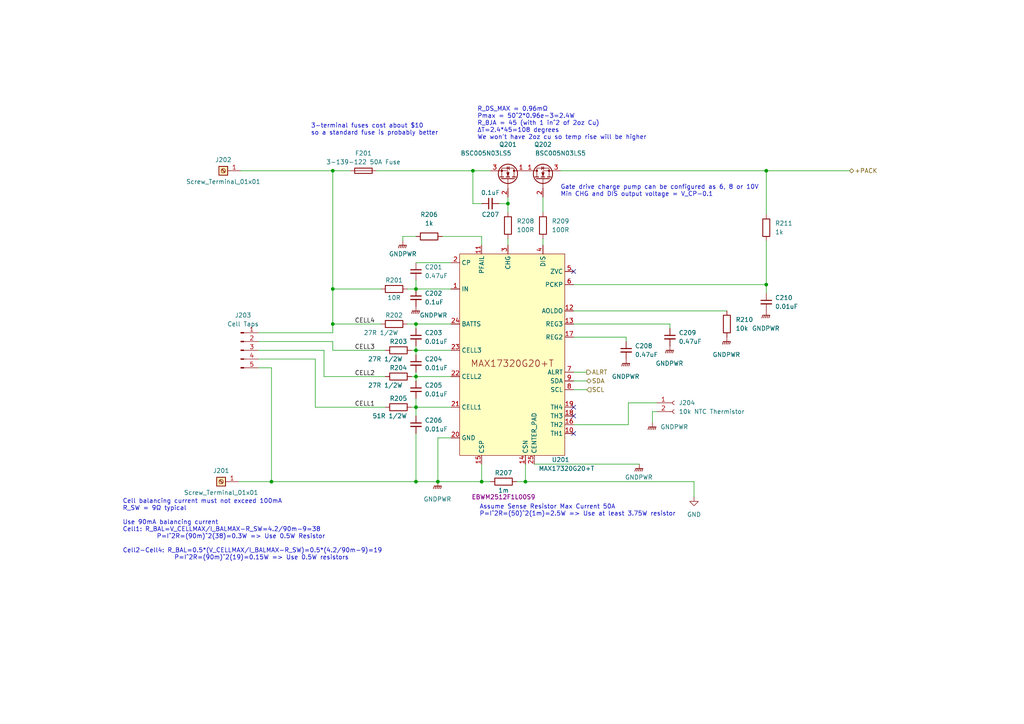
<source format=kicad_sch>
(kicad_sch (version 20230121) (generator eeschema)
  (paper "A4")
  (lib_symbols
    (symbol "Connector:Conn_01x02_Female" (pin_names (offset 1.016) hide)
      (property "Reference" "J" (at 0 2.54 0))
      (property "Value" "Conn_01x02_Female" (at 0 -5.08 0))
      (symbol "Conn_01x02_Female_1_1"
        (arc (start 0 -2.032) (mid -0.5058 -2.54) (end 0 -3.048) (stroke (width 0.1524)))
        (polyline (pts (xy -1.27 -2.54) (xy -0.508 -2.54)) (stroke (width 0.1524)))
        (polyline (pts (xy -1.27 0) (xy -0.508 0)) (stroke (width 0.1524)))
        (arc (start 0 0.508) (mid -0.5058 0) (end 0 -0.508) (stroke (width 0.1524)))
        (pin passive line (at -5.08 0 0) (length 3.81) (name "Pin_1") (number "1"))
        (pin passive line (at -5.08 -2.54 0) (length 3.81) (name "Pin_2") (number "2"))
      )
    )
    (symbol "Connector:Conn_01x05_Male" (pin_names (offset 1.016) hide)
      (property "Reference" "J" (at 0 7.62 0))
      (property "Value" "Conn_01x05_Male" (at 0 -7.62 0))
      (symbol "Conn_01x05_Male_1_1"
        (polyline (pts (xy 1.27 -5.08) (xy 0.8636 -5.08)) (stroke (width 0.1524)))
        (polyline (pts (xy 1.27 -2.54) (xy 0.8636 -2.54)) (stroke (width 0.1524)))
        (polyline (pts (xy 1.27 0) (xy 0.8636 0)) (stroke (width 0.1524)))
        (polyline (pts (xy 1.27 2.54) (xy 0.8636 2.54)) (stroke (width 0.1524)))
        (polyline (pts (xy 1.27 5.08) (xy 0.8636 5.08)) (stroke (width 0.1524)))
        (rectangle (start 0.8636 -4.953) (end 0 -5.207) (stroke (width 0.1524)) (fill (type outline)))
        (rectangle (start 0.8636 -2.413) (end 0 -2.667) (stroke (width 0.1524)) (fill (type outline)))
        (rectangle (start 0.8636 0.127) (end 0 -0.127) (stroke (width 0.1524)) (fill (type outline)))
        (rectangle (start 0.8636 2.667) (end 0 2.413) (stroke (width 0.1524)) (fill (type outline)))
        (rectangle (start 0.8636 5.207) (end 0 4.953) (stroke (width 0.1524)) (fill (type outline)))
        (pin passive line (at 5.08 5.08 180) (length 3.81) (name "Pin_1") (number "1"))
        (pin passive line (at 5.08 2.54 180) (length 3.81) (name "Pin_2") (number "2"))
        (pin passive line (at 5.08 0 180) (length 3.81) (name "Pin_3") (number "3"))
        (pin passive line (at 5.08 -2.54 180) (length 3.81) (name "Pin_4") (number "4"))
        (pin passive line (at 5.08 -5.08 180) (length 3.81) (name "Pin_5") (number "5"))
      )
    )
    (symbol "Connector:Screw_Terminal_01x01" (pin_names (offset 1.016) hide)
      (property "Reference" "J" (at 0 2.54 0))
      (property "Value" "Screw_Terminal_01x01" (at 0 -2.54 0))
      (symbol "Screw_Terminal_01x01_1_1"
        (rectangle (start -1.27 1.27) (end 1.27 -1.27) (stroke (width 0.254)) (fill (type background)))
        (polyline (pts (xy -0.5334 0.3302) (xy 0.3302 -0.508)) (stroke (width 0.1524)))
        (polyline (pts (xy -0.3556 0.508) (xy 0.508 -0.3302)) (stroke (width 0.1524)))
        (circle (center 0 0) (radius 0.635) (stroke (width 0.1524)))
        (pin passive line (at -5.08 0 0) (length 3.81) (name "Pin_1") (number "1"))
      )
    )
    (symbol "Device:C_Small" (pin_numbers hide) (pin_names (offset 0.254) hide)
      (property "Reference" "C" (at 0.254 1.778 0))
      (property "Value" "C_Small" (at 0.254 -2.032 0))
      (symbol "C_Small_0_1"
        (polyline (pts (xy -1.524 -0.508) (xy 1.524 -0.508)) (stroke (width 0.3302)))
        (polyline (pts (xy -1.524 0.508) (xy 1.524 0.508)) (stroke (width 0.3048)))
      )
      (symbol "C_Small_1_1"
        (pin passive line (at 0 2.54 270) (length 2.032) (name "~") (number "1"))
        (pin passive line (at 0 -2.54 90) (length 2.032) (name "~") (number "2"))
      )
    )
    (symbol "Device:Fuse" (pin_numbers hide) (pin_names (offset 0))
      (property "Reference" "F" (at 2.032 0 90))
      (property "Value" "Fuse" (at -1.905 0 90))
      (symbol "Fuse_0_1"
        (rectangle (start -0.762 -2.54) (end 0.762 2.54) (stroke (width 0.254)))
        (polyline (pts (xy 0 2.54) (xy 0 -2.54)))
      )
      (symbol "Fuse_1_1"
        (pin passive line (at 0 3.81 270) (length 1.27) (name "~") (number "1"))
        (pin passive line (at 0 -3.81 90) (length 1.27) (name "~") (number "2"))
      )
    )
    (symbol "Device:Q_NMOS_DGS" (pin_names (offset 0) hide)
      (property "Reference" "Q" (at 5.08 1.27 0))
      (property "Value" "Q_NMOS_DGS" (at 5.08 -1.27 0))
      (symbol "Q_NMOS_DGS_0_1"
        (polyline (pts (xy 0.254 0) (xy -2.54 0)))
        (polyline (pts (xy 0.254 1.905) (xy 0.254 -1.905)) (stroke (width 0.254)))
        (polyline (pts (xy 0.762 -1.27) (xy 0.762 -2.286)) (stroke (width 0.254)))
        (polyline (pts (xy 0.762 0.508) (xy 0.762 -0.508)) (stroke (width 0.254)))
        (polyline (pts (xy 0.762 2.286) (xy 0.762 1.27)) (stroke (width 0.254)))
        (polyline (pts (xy 2.54 2.54) (xy 2.54 1.778)))
        (polyline (pts (xy 2.54 -2.54) (xy 2.54 0) (xy 0.762 0)))
        (polyline (pts (xy 0.762 -1.778) (xy 3.302 -1.778) (xy 3.302 1.778) (xy 0.762 1.778)))
        (polyline (pts (xy 1.016 0) (xy 2.032 0.381) (xy 2.032 -0.381) (xy 1.016 0)) (fill (type outline)))
        (polyline (pts (xy 2.794 0.508) (xy 2.921 0.381) (xy 3.683 0.381) (xy 3.81 0.254)))
        (polyline (pts (xy 3.302 0.381) (xy 2.921 -0.254) (xy 3.683 -0.254) (xy 3.302 0.381)))
        (circle (center 1.651 0) (radius 2.794) (stroke (width 0.254)))
        (circle (center 2.54 -1.778) (radius 0.254) (fill (type outline)))
        (circle (center 2.54 1.778) (radius 0.254) (fill (type outline)))
      )
      (symbol "Q_NMOS_DGS_1_1"
        (pin passive line (at 2.54 5.08 270) (length 2.54) (name "D") (number "1"))
        (pin input line (at -5.08 0 0) (length 2.54) (name "G") (number "2"))
        (pin passive line (at 2.54 -5.08 90) (length 2.54) (name "S") (number "3"))
      )
    )
    (symbol "Device:R" (pin_numbers hide) (pin_names (offset 0))
      (property "Reference" "R" (at 2.032 0 90))
      (property "Value" "R" (at 0 0 90))
      (symbol "R_0_1"
        (rectangle (start -1.016 -2.54) (end 1.016 2.54) (stroke (width 0.254)))
      )
      (symbol "R_1_1"
        (pin passive line (at 0 3.81 270) (length 1.27) (name "~") (number "1"))
        (pin passive line (at 0 -3.81 90) (length 1.27) (name "~") (number "2"))
      )
    )
    (symbol "GNDPWR_1" (power) (pin_names (offset 0))
      (property "Value" "GNDPWR_1" (at 0 -3.302 0))
      (symbol "GNDPWR_1_0_1"
        (polyline (pts (xy 0 -1.27) (xy 0 0)))
        (polyline (pts (xy -1.016 -1.27) (xy -1.27 -2.032) (xy -1.27 -2.032)) (stroke (width 0.2032)))
        (polyline (pts (xy -0.508 -1.27) (xy -0.762 -2.032) (xy -0.762 -2.032)) (stroke (width 0.2032)))
        (polyline (pts (xy 0 -1.27) (xy -0.254 -2.032) (xy -0.254 -2.032)) (stroke (width 0.2032)))
        (polyline (pts (xy 0.508 -1.27) (xy 0.254 -2.032) (xy 0.254 -2.032)) (stroke (width 0.2032)))
        (polyline (pts (xy 1.016 -1.27) (xy -1.016 -1.27) (xy -1.016 -1.27)) (stroke (width 0.2032)))
        (polyline (pts (xy 1.016 -1.27) (xy 0.762 -2.032) (xy 0.762 -2.032) (xy 0.762 -2.032)) (stroke (width 0.2032)))
      )
      (symbol "GNDPWR_1_1_1"
        (pin power_in line (at 0 0 270) (length 0) hide (name "GNDPWR") (number "1"))
      )
    )
    (symbol "MAX17320G20+T_1"
      (property "Reference" "U" (at 17.78 -33.02 0))
      (property "Value" "MAX17320G20+T_1" (at 16.51 -35.56 0))
      (symbol "MAX17320G20+T_1_0_0"
        (text "MAX17320G20+T" (at 0 -7.62 0) (effects (font (size 1.905 1.905))))
      )
      (symbol "MAX17320G20+T_1_0_1"
        (rectangle (start -15.24 24.13) (end 15.24 -34.29) (fill (type background)))
      )
      (symbol "MAX17320G20+T_1_1_1"
        (pin input line (at -17.78 13.97 0) (length 2.54) (name "IN") (number "1"))
        (pin input line (at 17.78 -27.94 180) (length 2.54) (name "TH1") (number "10"))
        (pin input line (at -8.89 26.67 270) (length 2.54) (name "PFAIL") (number "11"))
        (pin input line (at 17.78 7.62 180) (length 2.54) (name "AOLDO") (number "12"))
        (pin input line (at 17.78 3.81 180) (length 2.54) (name "REG3") (number "13"))
        (pin input line (at 3.81 -36.83 90) (length 2.54) (name "CSN") (number "14"))
        (pin input line (at -8.89 -36.83 90) (length 2.54) (name "CSP") (number "15"))
        (pin input line (at 17.78 -25.4 180) (length 2.54) (name "TH2") (number "16"))
        (pin input line (at 17.78 0 180) (length 2.54) (name "REG2") (number "17"))
        (pin input line (at 17.78 -22.86 180) (length 2.54) (name "TH3") (number "18"))
        (pin input line (at 17.78 -20.32 180) (length 2.54) (name "TH4") (number "19"))
        (pin input line (at -17.78 21.59 0) (length 2.54) (name "CP") (number "2"))
        (pin input line (at -17.78 -29.21 0) (length 2.54) (name "GND") (number "20"))
        (pin input line (at -17.78 -20.32 0) (length 2.54) (name "CELL1") (number "21"))
        (pin input line (at -17.78 -11.43 0) (length 2.54) (name "CELL2") (number "22"))
        (pin input line (at -17.78 -3.81 0) (length 2.54) (name "CELL3") (number "23"))
        (pin input line (at -17.78 3.81 0) (length 2.54) (name "BATTS") (number "24"))
        (pin input line (at 6.35 -36.83 90) (length 2.54) (name "CENTER_PAD") (number "25"))
        (pin input line (at -1.27 26.67 270) (length 2.54) (name "CHG") (number "3"))
        (pin input line (at 8.89 26.67 270) (length 2.54) (name "DIS") (number "4"))
        (pin input line (at 17.78 19.05 180) (length 2.54) (name "ZVC") (number "5"))
        (pin input line (at 17.78 15.24 180) (length 2.54) (name "PCKP") (number "6"))
        (pin input line (at 17.78 -10.16 180) (length 2.54) (name "ALRT") (number "7"))
        (pin input line (at 17.78 -15.24 180) (length 2.54) (name "SCL") (number "8"))
        (pin input line (at 17.78 -12.7 180) (length 2.54) (name "SDA") (number "9"))
      )
    )
    (symbol "power:GND" (power) (pin_names (offset 0))
      (property "Value" "GND" (at 0 -3.81 0))
      (symbol "GND_0_1"
        (polyline (pts (xy 0 0) (xy 0 -1.27) (xy 1.27 -1.27) (xy 0 -2.54) (xy -1.27 -1.27) (xy 0 -1.27)))
      )
      (symbol "GND_1_1"
        (pin power_in line (at 0 0 270) (length 0) hide (name "GND") (number "1"))
      )
    )
    (symbol "power:GNDPWR" (power) (pin_names (offset 0))
      (property "Value" "GNDPWR" (at 0 -3.302 0))
      (symbol "GNDPWR_0_1"
        (polyline (pts (xy 0 -1.27) (xy 0 0)))
        (polyline (pts (xy -1.016 -1.27) (xy -1.27 -2.032) (xy -1.27 -2.032)) (stroke (width 0.2032)))
        (polyline (pts (xy -0.508 -1.27) (xy -0.762 -2.032) (xy -0.762 -2.032)) (stroke (width 0.2032)))
        (polyline (pts (xy 0 -1.27) (xy -0.254 -2.032) (xy -0.254 -2.032)) (stroke (width 0.2032)))
        (polyline (pts (xy 0.508 -1.27) (xy 0.254 -2.032) (xy 0.254 -2.032)) (stroke (width 0.2032)))
        (polyline (pts (xy 1.016 -1.27) (xy -1.016 -1.27) (xy -1.016 -1.27)) (stroke (width 0.2032)))
        (polyline (pts (xy 1.016 -1.27) (xy 0.762 -2.032) (xy 0.762 -2.032) (xy 0.762 -2.032)) (stroke (width 0.2032)))
      )
      (symbol "GNDPWR_1_1"
        (pin power_in line (at 0 0 270) (length 0) hide (name "GNDPWR") (number "1"))
      )
    )
  )
  (junction (at 96.52 93.98))
  (junction (at 222.25 82.55))
  (junction (at 222.25 49.53))
  (junction (at 147.32 59.055))
  (junction (at 78.74 139.7))
  (junction (at 120.65 101.6))
  (junction (at 137.16 49.53))
  (junction (at 96.52 83.82))
  (junction (at 127 139.7))
  (junction (at 152.4 139.7))
  (junction (at 139.7 139.7))
  (junction (at 120.65 83.82))
  (junction (at 120.65 139.7))
  (junction (at 120.65 109.22))
  (junction (at 96.52 49.53))
  (junction (at 120.65 93.98))
  (junction (at 120.65 118.11))
  (no_connect (at 166.37 125.73))
  (no_connect (at 166.37 78.74))
  (no_connect (at 166.37 120.65))
  (no_connect (at 166.37 118.11))
  (wire (pts (xy 74.93 99.06) (xy 96.52 99.06)))
  (wire (pts (xy 120.65 107.95) (xy 120.65 109.22)))
  (wire (pts (xy 96.52 83.82) (xy 110.49 83.82)))
  (wire (pts (xy 166.37 93.98) (xy 194.31 93.98)))
  (wire (pts (xy 147.32 69.215) (xy 147.32 71.12)))
  (wire (pts (xy 189.23 119.38) (xy 189.23 122.555)))
  (wire (pts (xy 166.37 113.03) (xy 170.18 113.03)))
  (wire (pts (xy 147.32 59.055) (xy 147.32 57.15)))
  (wire (pts (xy 96.52 83.82) (xy 96.52 93.98)))
  (wire (pts (xy 74.93 96.52) (xy 96.52 96.52)))
  (wire (pts (xy 128.27 68.58) (xy 139.7 68.58)))
  (wire (pts (xy 120.65 109.22) (xy 130.81 109.22)))
  (wire (pts (xy 127 139.7) (xy 139.7 139.7)))
  (wire (pts (xy 120.65 125.73) (xy 120.65 139.7)))
  (wire (pts (xy 222.25 49.53) (xy 246.38 49.53)))
  (wire (pts (xy 74.93 104.14) (xy 91.44 104.14)))
  (wire (pts (xy 96.52 99.06) (xy 96.52 101.6)))
  (wire (pts (xy 194.31 93.98) (xy 194.31 95.25)))
  (wire (pts (xy 120.65 139.7) (xy 127 139.7)))
  (wire (pts (xy 74.93 101.6) (xy 93.98 101.6)))
  (wire (pts (xy 166.37 123.19) (xy 182.245 123.19)))
  (wire (pts (xy 109.22 49.53) (xy 137.16 49.53)))
  (wire (pts (xy 120.65 81.28) (xy 120.65 83.82)))
  (wire (pts (xy 120.65 101.6) (xy 120.65 102.87)))
  (wire (pts (xy 78.74 139.7) (xy 120.65 139.7)))
  (wire (pts (xy 154.94 134.62) (xy 185.42 134.62)))
  (wire (pts (xy 139.7 71.12) (xy 139.7 68.58)))
  (wire (pts (xy 144.78 59.055) (xy 147.32 59.055)))
  (wire (pts (xy 116.84 68.58) (xy 116.84 69.85)))
  (wire (pts (xy 162.56 49.53) (xy 222.25 49.53)))
  (wire (pts (xy 166.37 110.49) (xy 170.18 110.49)))
  (wire (pts (xy 166.37 82.55) (xy 222.25 82.55)))
  (wire (pts (xy 147.32 61.595) (xy 147.32 59.055)))
  (wire (pts (xy 222.25 49.53) (xy 222.25 62.23)))
  (wire (pts (xy 127 127) (xy 127 139.7)))
  (wire (pts (xy 116.84 68.58) (xy 120.65 68.58)))
  (wire (pts (xy 222.25 82.55) (xy 222.25 85.09)))
  (wire (pts (xy 139.7 139.7) (xy 142.24 139.7)))
  (wire (pts (xy 166.37 97.79) (xy 181.61 97.79)))
  (wire (pts (xy 118.11 83.82) (xy 120.65 83.82)))
  (wire (pts (xy 69.85 49.53) (xy 96.52 49.53)))
  (wire (pts (xy 181.61 97.79) (xy 181.61 99.06)))
  (wire (pts (xy 157.48 69.215) (xy 157.48 71.12)))
  (wire (pts (xy 130.81 127) (xy 127 127)))
  (wire (pts (xy 91.44 104.14) (xy 91.44 118.11)))
  (wire (pts (xy 120.65 76.2) (xy 130.81 76.2)))
  (wire (pts (xy 182.245 116.84) (xy 190.5 116.84)))
  (wire (pts (xy 96.52 93.98) (xy 96.52 96.52)))
  (wire (pts (xy 120.65 83.82) (xy 130.81 83.82)))
  (wire (pts (xy 182.245 123.19) (xy 182.245 116.84)))
  (wire (pts (xy 137.16 59.055) (xy 139.7 59.055)))
  (wire (pts (xy 91.44 118.11) (xy 111.76 118.11)))
  (wire (pts (xy 118.11 93.98) (xy 120.65 93.98)))
  (wire (pts (xy 93.98 101.6) (xy 93.98 109.22)))
  (wire (pts (xy 137.16 49.53) (xy 137.16 59.055)))
  (wire (pts (xy 152.4 139.7) (xy 201.295 139.7)))
  (wire (pts (xy 166.37 90.17) (xy 210.82 90.17)))
  (wire (pts (xy 149.86 139.7) (xy 152.4 139.7)))
  (wire (pts (xy 96.52 93.98) (xy 110.49 93.98)))
  (wire (pts (xy 120.65 93.98) (xy 130.81 93.98)))
  (wire (pts (xy 78.74 106.68) (xy 78.74 139.7)))
  (wire (pts (xy 139.7 134.62) (xy 139.7 139.7)))
  (wire (pts (xy 69.215 139.7) (xy 78.74 139.7)))
  (wire (pts (xy 93.98 109.22) (xy 111.76 109.22)))
  (wire (pts (xy 120.65 101.6) (xy 130.81 101.6)))
  (wire (pts (xy 120.65 118.11) (xy 130.81 118.11)))
  (wire (pts (xy 152.4 134.62) (xy 152.4 139.7)))
  (wire (pts (xy 120.65 109.22) (xy 120.65 110.49)))
  (wire (pts (xy 96.52 101.6) (xy 111.76 101.6)))
  (wire (pts (xy 222.25 69.85) (xy 222.25 82.55)))
  (wire (pts (xy 157.48 61.595) (xy 157.48 57.15)))
  (wire (pts (xy 201.295 139.7) (xy 201.295 144.145)))
  (wire (pts (xy 166.37 107.95) (xy 170.18 107.95)))
  (wire (pts (xy 120.65 118.11) (xy 120.65 120.65)))
  (wire (pts (xy 120.65 93.98) (xy 120.65 95.25)))
  (wire (pts (xy 120.65 115.57) (xy 120.65 118.11)))
  (wire (pts (xy 119.38 109.22) (xy 120.65 109.22)))
  (wire (pts (xy 96.52 49.53) (xy 101.6 49.53)))
  (wire (pts (xy 119.38 118.11) (xy 120.65 118.11)))
  (wire (pts (xy 74.93 106.68) (xy 78.74 106.68)))
  (wire (pts (xy 96.52 83.82) (xy 96.52 49.53)))
  (wire (pts (xy 189.23 119.38) (xy 190.5 119.38)))
  (wire (pts (xy 120.65 100.33) (xy 120.65 101.6)))
  (wire (pts (xy 142.24 49.53) (xy 137.16 49.53)))
  (wire (pts (xy 119.38 101.6) (xy 120.65 101.6)))
  (text "3-terminal fuses cost about $10 \nso a standard fuse is probably better" (at 90.17 39.37 0) (effects (font (size 1.27 1.27)) (justify left bottom)))
  (text "Cell balancing current must not exceed 100mA\nR_SW = 9Ω typical\n\nUse 90mA balancing current\nCell1: R_BAL=V_CELLMAX/I_BALMAX-R_SW=4.2/90m-9=38\n		P=I^2R=(90m)^2(38)=0.3W => Use 0.5W Resistor\n\nCell2-Cell4: R_BAL=0.5*(V_CELLMAX/I_BALMAX-R_SW)=0.5*(4.2/90m-9)=19\n			P=I^2R=(90m)^2(19)=0.15W => Use 0.5W resistors" (at 35.56 162.56 0) (effects (font (size 1.27 1.27)) (justify left bottom)))
  (text "R_DS_MAX = 0.96mΩ\nPmax = 50^2*0.96e-3=2.4W\nR_θJA = 45 (with 1 in^2 of 2oz Cu)\nΔT=2.4*45=108 degrees\nWe won't have 2oz cu so temp rise will be higher\n" (at 138.43 40.64 0) (effects (font (size 1.27 1.27)) (justify left bottom)))
  (text "Gate drive charge pump can be configured as 6, 8 or 10V\nMin CHG and DIS output voltage = V_CP-0.1" (at 162.56 57.15 0) (effects (font (size 1.27 1.27)) (justify left bottom)))
  (text "Assume Sense Resistor Max Current 50A\nP=I^2R=(50)^2(1m)=2.5W => Use at least 3.75W resistor" (at 139.065 149.86 0) (effects (font (size 1.27 1.27)) (justify left bottom)))
  (label "CELL4" (at 102.87 93.98 0))
  (label "CELL1" (at 102.87 118.11 0))
  (label "CELL3" (at 102.87 101.6 0))
  (label "CELL2" (at 102.87 109.22 0))
  (hierarchical_label "ALRT" (shape output) (at 170.18 107.95 0))
  (hierarchical_label "SCL" (shape input) (at 170.18 113.03 0))
  (hierarchical_label "+PACK" (shape bidirectional) (at 246.38 49.53 0))
  (hierarchical_label "SDA" (shape bidirectional) (at 170.18 110.49 0))
  (symbol (lib_id "Device:C_Small") (at 194.31 97.79 0) (unit 1)
    (property "Reference" "C209" (at 196.85 96.5262 0) (effects (justify left)))
    (property "Value" "0.47uF" (at 196.85 99.0662 0) (effects (justify left)))
    (property "Footprint" "Capacitor_SMD:C_0201_0603Metric" (effects hide))
    (instances (project "high-power" (path "" (reference "C209") (unit 1))) (project "drone" (path "" (reference "C?") (unit 1))))
  )
  (symbol (lib_id "Device:Q_NMOS_DGS") (at 147.32 52.07 270) (mirror x) (unit 1)
    (property "Reference" "Q201" (at 147.32 41.91 90))
    (property "Value" "BSC005N03LS5" (at 140.97 44.45 90))
    (property "Footprint" "capstone:BSC005N03LS5" (effects hide))
    (instances (project "high-power" (path "" (reference "Q201") (unit 1))) (project "drone" (path "" (reference "Q?") (unit 1))))
  )
  (symbol (lib_id "Connector:Conn_01x02_Female") (at 195.58 116.84 0) (unit 1)
    (property "Reference" "J204" (at 196.85 116.8399 0) (effects (justify left)))
    (property "Value" "10k NTC Thermistor" (at 196.85 119.3799 0) (effects (justify left)))
    (property "Footprint" "Connector_JST:JST_PH_S2B-PH-K_1x02_P2.00mm_Horizontal" (effects hide))
    (instances (project "high-power" (path "" (reference "J204") (unit 1))) (project "drone" (path "" (reference "J?") (unit 1))))
  )
  (symbol (lib_id "Device:R") (at 115.57 109.22 90) (unit 1)
    (property "Reference" "R204" (at 115.57 106.68 90))
    (property "Value" "27R 1/2W" (at 111.76 111.76 90))
    (property "Footprint" "Resistor_SMD:R_0805_2012Metric" (effects hide))
    (instances (project "high-power" (path "" (reference "R204") (unit 1))) (project "drone" (path "" (reference "R?") (unit 1))))
  )
  (symbol (lib_id "power:GNDPWR") (at 127 139.7 0) (unit 1)
    (property "Reference" "#PWR0203" (effects hide))
    (property "Value" "GNDPWR" (at 126.873 144.78 0))
    (instances (project "high-power" (path "" (reference "#PWR0203") (unit 1))) (project "drone" (path "" (reference "#PWR?") (unit 1))))
  )
  (symbol (lib_id "power:GNDPWR") (at 194.31 100.33 0) (unit 1)
    (property "Reference" "#PWR0207" (effects hide))
    (property "Value" "GNDPWR" (at 194.183 105.41 0))
    (instances (project "high-power" (path "" (reference "#PWR0207") (unit 1))) (project "drone" (path "" (reference "#PWR?") (unit 1))))
  )
  (symbol (lib_id "power:GNDPWR") (at 222.25 90.17 0) (unit 1)
    (property "Reference" "#PWR0210" (effects hide))
    (property "Value" "GNDPWR" (at 222.123 95.25 0))
    (instances (project "high-power" (path "" (reference "#PWR0210") (unit 1))) (project "drone" (path "" (reference "#PWR?") (unit 1))))
  )
  (symbol (lib_id "Device:R") (at 210.82 93.98 180) (unit 1)
    (property "Reference" "R210" (at 213.36 92.7099 0) (effects (justify right)))
    (property "Value" "10k" (at 213.36 95.2499 0) (effects (justify right)))
    (property "Footprint" "Resistor_SMD:R_0201_0603Metric" (effects hide))
    (instances (project "high-power" (path "" (reference "R210") (unit 1))) (project "drone" (path "" (reference "R?") (unit 1))))
  )
  (symbol (lib_id "power:GNDPWR") (at 120.65 88.9 0) (unit 1)
    (property "Reference" "#PWR0202" (effects hide))
    (property "Value" "GNDPWR" (at 125.73 91.44 0))
    (instances (project "high-power" (path "" (reference "#PWR0202") (unit 1))) (project "drone" (path "" (reference "#PWR?") (unit 1))))
  )
  (symbol (lib_id "Device:C_Small") (at 120.65 78.74 0) (unit 1)
    (property "Reference" "C201" (at 123.19 77.4762 0) (effects (justify left)))
    (property "Value" "0.47uF" (at 123.19 80.0162 0) (effects (justify left)))
    (property "Footprint" "Capacitor_SMD:C_0201_0603Metric" (effects hide))
    (instances (project "high-power" (path "" (reference "C201") (unit 1))) (project "drone" (path "" (reference "C?") (unit 1))))
  )
  (symbol (lib_id "Device:C_Small") (at 120.65 113.03 0) (unit 1)
    (property "Reference" "C205" (at 123.19 111.7662 0) (effects (justify left)))
    (property "Value" "0.01uF" (at 123.19 114.3062 0) (effects (justify left)))
    (property "Footprint" "Capacitor_SMD:C_0201_0603Metric" (effects hide))
    (instances (project "high-power" (path "" (reference "C205") (unit 1))) (project "drone" (path "" (reference "C?") (unit 1))))
  )
  (symbol (lib_id "Device:R") (at 115.57 101.6 90) (unit 1)
    (property "Reference" "R203" (at 115.57 99.06 90))
    (property "Value" "27R 1/2W" (at 111.76 104.14 90))
    (property "Footprint" "Resistor_SMD:R_0805_2012Metric" (effects hide))
    (instances (project "high-power" (path "" (reference "R203") (unit 1))) (project "drone" (path "" (reference "R?") (unit 1))))
  )
  (symbol (lib_id "power:GNDPWR") (at 116.84 69.85 0) (unit 1)
    (property "Reference" "#PWR0201" (effects hide))
    (property "Value" "GNDPWR" (at 116.84 73.66 0))
    (instances (project "high-power" (path "" (reference "#PWR0201") (unit 1))) (project "drone" (path "" (reference "#PWR?") (unit 1))))
  )
  (symbol (lib_id "Device:C_Small") (at 222.25 87.63 0) (unit 1)
    (property "Reference" "C210" (at 224.79 86.3662 0) (effects (justify left)))
    (property "Value" "0.01uF" (at 224.79 88.9062 0) (effects (justify left)))
    (property "Footprint" "Capacitor_SMD:C_0201_0603Metric" (effects hide))
    (instances (project "high-power" (path "" (reference "C210") (unit 1))) (project "drone" (path "" (reference "C?") (unit 1))))
  )
  (symbol (lib_id "Device:R") (at 115.57 118.11 90) (unit 1)
    (property "Reference" "R205" (at 115.57 115.57 90))
    (property "Value" "51R 1/2W" (at 113.03 120.65 90))
    (property "Footprint" "Resistor_SMD:R_0805_2012Metric" (effects hide))
    (instances (project "high-power" (path "" (reference "R205") (unit 1))) (project "drone" (path "" (reference "R?") (unit 1))))
  )
  (symbol (lib_id "power:GNDPWR") (at 210.82 97.79 0) (unit 1)
    (property "Reference" "#PWR0209" (effects hide))
    (property "Value" "GNDPWR" (at 210.693 102.87 0))
    (instances (project "high-power" (path "" (reference "#PWR0209") (unit 1))) (project "drone" (path "" (reference "#PWR?") (unit 1))))
  )
  (symbol (lib_id "Device:R") (at 114.3 93.98 90) (unit 1)
    (property "Reference" "R202" (at 114.3 91.44 90))
    (property "Value" "27R 1/2W" (at 110.49 96.52 90))
    (property "Footprint" "Resistor_SMD:R_0805_2012Metric" (effects hide))
    (instances (project "high-power" (path "" (reference "R202") (unit 1))) (project "drone" (path "" (reference "R?") (unit 1))))
  )
  (symbol (lib_id "power:GNDPWR") (at 181.61 104.14 0) (unit 1)
    (property "Reference" "#PWR0204" (effects hide))
    (property "Value" "GNDPWR" (at 181.483 109.22 0))
    (instances (project "high-power" (path "" (reference "#PWR0204") (unit 1))) (project "drone" (path "" (reference "#PWR?") (unit 1))))
  )
  (symbol (lib_id "Device:C_Small") (at 120.65 86.36 0) (unit 1)
    (property "Reference" "C202" (at 123.19 85.0962 0) (effects (justify left)))
    (property "Value" "0.1uF" (at 123.19 87.6362 0) (effects (justify left)))
    (property "Footprint" "Capacitor_SMD:C_0201_0603Metric" (effects hide))
    (instances (project "high-power" (path "" (reference "C202") (unit 1))) (project "drone" (path "" (reference "C?") (unit 1))))
  )
  (symbol (lib_name "MAX17320G20+T_1") (lib_id "power_and_charging:MAX17320G20+T") (at 148.59 97.79 0) (unit 1)
    (property "Reference" "U201" (at 160.02 133.35 0) (effects (justify left)))
    (property "Value" "MAX17320G20+T" (at 156.21 135.89 0) (effects (justify left)))
    (property "Footprint" "Package_DFN_QFN:QFN-24-1EP_4x4mm_P0.5mm_EP2.6x2.6mm_ThermalVias" (effects hide))
    (instances (project "high-power" (path "" (reference "U201") (unit 1))) (project "drone" (path "" (reference "U?") (unit 1))))
  )
  (symbol (lib_id "Device:R") (at 114.3 83.82 90) (unit 1)
    (property "Reference" "R201" (at 114.3 81.28 90))
    (property "Value" "10R" (at 114.3 86.36 90))
    (property "Footprint" "Resistor_SMD:R_0201_0603Metric" (effects hide))
    (instances (project "high-power" (path "" (reference "R201") (unit 1))) (project "drone" (path "" (reference "R?") (unit 1))))
  )
  (symbol (lib_id "Connector:Conn_01x05_Male") (at 69.85 101.6 0) (unit 1)
    (property "Reference" "J203" (at 70.485 91.44 0))
    (property "Value" "Cell Taps" (at 70.485 93.98 0))
    (property "Footprint" "Connector_JST:JST_PH_S5B-PH-K_1x05_P2.00mm_Horizontal" (effects hide))
    (instances (project "high-power" (path "" (reference "J203") (unit 1))) (project "drone" (path "" (reference "J?") (unit 1))))
  )
  (symbol (lib_id "Device:Q_NMOS_DGS") (at 157.48 52.07 90) (unit 1)
    (property "Reference" "Q202" (at 157.48 41.91 90))
    (property "Value" "BSC005N03LS5" (at 162.56 44.45 90))
    (property "Footprint" "capstone:BSC005N03LS5" (effects hide))
    (instances (project "high-power" (path "" (reference "Q202") (unit 1))) (project "drone" (path "" (reference "Q?") (unit 1))))
  )
  (symbol (lib_id "Device:Fuse") (at 105.41 49.53 90) (unit 1)
    (property "Reference" "F201" (at 105.41 44.45 90))
    (property "Value" "3-139-122 50A Fuse" (at 105.41 46.99 90))
    (property "Footprint" "capstone:3-139-124" (effects hide))
    (instances (project "high-power" (path "" (reference "F201") (unit 1))) (project "drone" (path "" (reference "F?") (unit 1))))
  )
  (symbol (lib_id "Device:C_Small") (at 120.65 97.79 0) (unit 1)
    (property "Reference" "C203" (at 123.19 96.5262 0) (effects (justify left)))
    (property "Value" "0.01uF" (at 123.19 99.0662 0) (effects (justify left)))
    (property "Footprint" "Capacitor_SMD:C_0201_0603Metric" (effects hide))
    (instances (project "high-power" (path "" (reference "C203") (unit 1))) (project "drone" (path "" (reference "C?") (unit 1))))
  )
  (symbol (lib_id "Device:C_Small") (at 120.65 123.19 0) (unit 1)
    (property "Reference" "C206" (at 123.19 121.9262 0) (effects (justify left)))
    (property "Value" "0.01uF" (at 123.19 124.4662 0) (effects (justify left)))
    (property "Footprint" "Capacitor_SMD:C_0201_0603Metric" (effects hide))
    (instances (project "high-power" (path "" (reference "C206") (unit 1))) (project "drone" (path "" (reference "C?") (unit 1))))
  )
  (symbol (lib_id "Connector:Screw_Terminal_01x01") (at 64.77 49.53 180) (unit 1)
    (property "Reference" "J202" (at 64.77 46.355 0))
    (property "Value" "Screw_Terminal_01x01" (at 64.77 52.705 0))
    (property "Footprint" "capstone:7461057" (effects hide))
  )
  (symbol (lib_id "Device:R") (at 147.32 65.405 0) (unit 1)
    (property "Reference" "R208" (at 149.86 64.1349 0) (effects (justify left)))
    (property "Value" "100R" (at 149.86 66.6749 0) (effects (justify left)))
    (property "Footprint" "Resistor_SMD:R_0402_1005Metric" (effects hide))
    (instances (project "high-power" (path "" (reference "R208") (unit 1))) (project "drone" (path "" (reference "R?") (unit 1))))
  )
  (symbol (lib_name "GNDPWR_1") (lib_id "power:GNDPWR") (at 185.42 134.62 0) (unit 1)
    (property "Reference" "#PWR0206" (effects hide))
    (property "Value" "GNDPWR" (at 185.293 138.43 0))
  )
  (symbol (lib_id "Device:R") (at 124.46 68.58 90) (unit 1)
    (property "Reference" "R206" (at 124.46 62.23 90))
    (property "Value" "1k" (at 124.46 64.77 90))
    (property "Footprint" "Resistor_SMD:R_0201_0603Metric" (effects hide))
    (instances (project "high-power" (path "" (reference "R206") (unit 1))) (project "drone" (path "" (reference "R?") (unit 1))))
  )
  (symbol (lib_id "Device:C_Small") (at 120.65 105.41 0) (unit 1)
    (property "Reference" "C204" (at 123.19 104.1462 0) (effects (justify left)))
    (property "Value" "0.01uF" (at 123.19 106.6862 0) (effects (justify left)))
    (property "Footprint" "Capacitor_SMD:C_0201_0603Metric" (effects hide))
    (instances (project "high-power" (path "" (reference "C204") (unit 1))) (project "drone" (path "" (reference "C?") (unit 1))))
  )
  (symbol (lib_id "Device:R") (at 157.48 65.405 0) (unit 1)
    (property "Reference" "R209" (at 160.02 64.1349 0) (effects (justify left)))
    (property "Value" "100R" (at 160.02 66.6749 0) (effects (justify left)))
    (property "Footprint" "Resistor_SMD:R_0402_1005Metric" (effects hide))
    (instances (project "high-power" (path "" (reference "R209") (unit 1))) (project "drone" (path "" (reference "R?") (unit 1))))
  )
  (symbol (lib_id "Device:C_Small") (at 142.24 59.055 90) (unit 1)
    (property "Reference" "C207" (at 142.24 62.23 90))
    (property "Value" "0.1uF" (at 142.24 55.88 90))
    (property "Footprint" "Capacitor_SMD:C_0402_1005Metric" (effects hide))
    (instances (project "high-power" (path "" (reference "C207") (unit 1))) (project "drone" (path "" (reference "C?") (unit 1))))
  )
  (symbol (lib_id "power:GND") (at 201.295 144.145 0) (unit 1)
    (property "Reference" "#PWR0208" (effects hide))
    (property "Value" "GND" (at 201.295 149.225 0))
    (instances (project "high-power" (path "" (reference "#PWR0208") (unit 1))) (project "drone" (path "" (reference "#PWR?") (unit 1))))
  )
  (symbol (lib_id "Device:R") (at 222.25 66.04 0) (unit 1)
    (property "Reference" "R211" (at 224.79 64.7699 0) (effects (justify left)))
    (property "Value" "1k" (at 224.79 67.3099 0) (effects (justify left)))
    (property "Footprint" "Resistor_SMD:R_0201_0603Metric" (effects hide))
    (instances (project "high-power" (path "" (reference "R211") (unit 1))) (project "drone" (path "" (reference "R?") (unit 1))))
  )
  (symbol (lib_id "Device:R") (at 146.05 139.7 90) (unit 1)
    (property "Reference" "R207" (at 146.05 137.16 90))
    (property "Value" "1m" (at 146.05 142.24 90))
    (property "Footprint" "capstone:EBWM2512F1L00S9" (effects hide))
    (property "Datasheet" "https://jlcpcb.com/partdetail/Resi-EBWM2512F1L00S9/C5224158" (effects hide))
    (property "Part No." "EBWM2512F1L00S9" (at 146.05 144.145 90))
    (property "LCSC" "C5224158" (effects hide))
    (instances (project "high-power" (path "" (reference "R207") (unit 1))) (project "drone" (path "" (reference "R?") (unit 1))))
  )
  (symbol (lib_id "power:GNDPWR") (at 189.23 122.555 0) (unit 1)
    (property "Reference" "#PWR0205" (effects hide))
    (property "Value" "GNDPWR" (at 195.58 123.825 0))
    (instances (project "high-power" (path "" (reference "#PWR0205") (unit 1))) (project "drone" (path "" (reference "#PWR?") (unit 1))))
  )
  (symbol (lib_id "Connector:Screw_Terminal_01x01") (at 64.135 139.7 180) (unit 1)
    (property "Reference" "J201" (at 64.135 136.525 0))
    (property "Value" "Screw_Terminal_01x01" (at 64.135 142.875 0))
    (property "Footprint" "capstone:7461057" (effects hide))
  )
  (symbol (lib_id "Device:C_Small") (at 181.61 101.6 0) (unit 1)
    (property "Reference" "C208" (at 184.15 100.3362 0) (effects (justify left)))
    (property "Value" "0.47uF" (at 184.15 102.8762 0) (effects (justify left)))
    (property "Footprint" "Capacitor_SMD:C_0201_0603Metric" (effects hide))
    (instances (project "high-power" (path "" (reference "C208") (unit 1))) (project "drone" (path "" (reference "C?") (unit 1))))
  )
)
</source>
